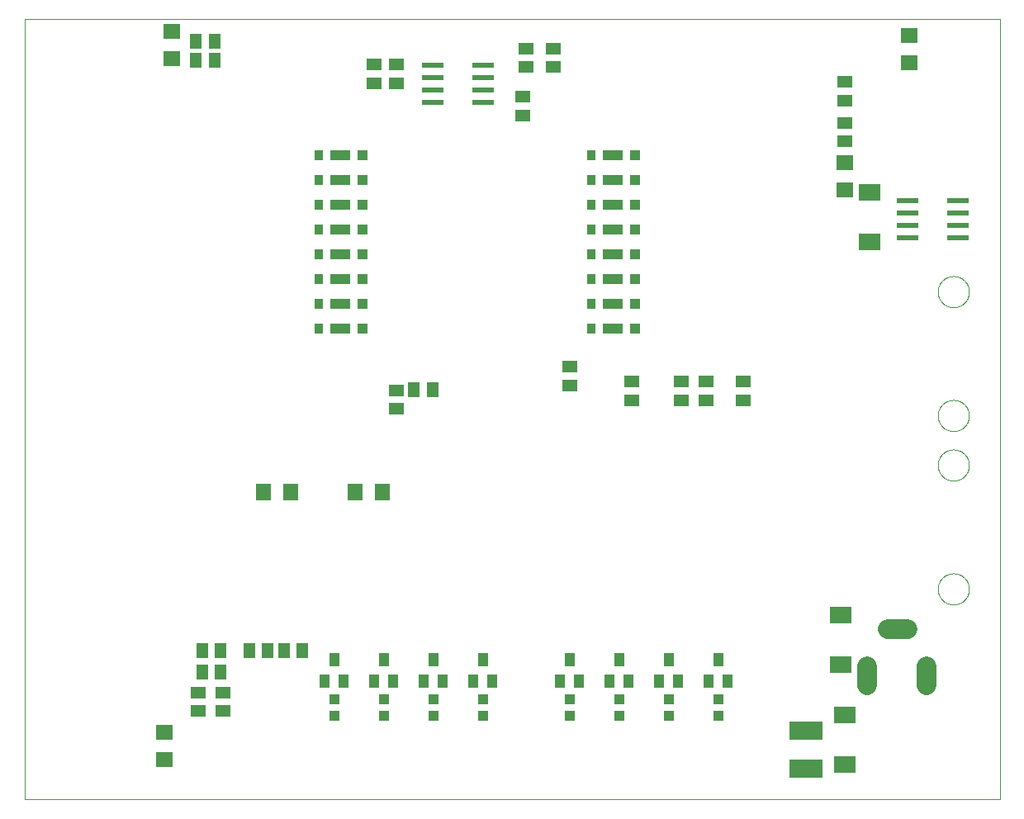
<source format=gtp>
G75*
%MOIN*%
%OFA0B0*%
%FSLAX25Y25*%
%IPPOS*%
%LPD*%
%AMOC8*
5,1,8,0,0,1.08239X$1,22.5*
%
%ADD10C,0.00000*%
%ADD11C,0.07874*%
%ADD12R,0.08661X0.02362*%
%ADD13R,0.07087X0.06299*%
%ADD14R,0.05118X0.05906*%
%ADD15R,0.05906X0.05118*%
%ADD16R,0.03937X0.05512*%
%ADD17R,0.04331X0.03937*%
%ADD18R,0.13386X0.07480*%
%ADD19R,0.03937X0.04331*%
%ADD20R,0.03740X0.04331*%
%ADD21R,0.06299X0.07087*%
%ADD22R,0.08661X0.07087*%
D10*
X0003000Y0106000D02*
X0003000Y0420961D01*
X0396701Y0420961D01*
X0396701Y0106000D01*
X0003000Y0106000D01*
X0371701Y0191000D02*
X0371703Y0191158D01*
X0371709Y0191316D01*
X0371719Y0191474D01*
X0371733Y0191632D01*
X0371751Y0191789D01*
X0371772Y0191946D01*
X0371798Y0192102D01*
X0371828Y0192258D01*
X0371861Y0192413D01*
X0371899Y0192566D01*
X0371940Y0192719D01*
X0371985Y0192871D01*
X0372034Y0193022D01*
X0372087Y0193171D01*
X0372143Y0193319D01*
X0372203Y0193465D01*
X0372267Y0193610D01*
X0372335Y0193753D01*
X0372406Y0193895D01*
X0372480Y0194035D01*
X0372558Y0194172D01*
X0372640Y0194308D01*
X0372724Y0194442D01*
X0372813Y0194573D01*
X0372904Y0194702D01*
X0372999Y0194829D01*
X0373096Y0194954D01*
X0373197Y0195076D01*
X0373301Y0195195D01*
X0373408Y0195312D01*
X0373518Y0195426D01*
X0373631Y0195537D01*
X0373746Y0195646D01*
X0373864Y0195751D01*
X0373985Y0195853D01*
X0374108Y0195953D01*
X0374234Y0196049D01*
X0374362Y0196142D01*
X0374492Y0196232D01*
X0374625Y0196318D01*
X0374760Y0196402D01*
X0374896Y0196481D01*
X0375035Y0196558D01*
X0375176Y0196630D01*
X0375318Y0196700D01*
X0375462Y0196765D01*
X0375608Y0196827D01*
X0375755Y0196885D01*
X0375904Y0196940D01*
X0376054Y0196991D01*
X0376205Y0197038D01*
X0376357Y0197081D01*
X0376510Y0197120D01*
X0376665Y0197156D01*
X0376820Y0197187D01*
X0376976Y0197215D01*
X0377132Y0197239D01*
X0377289Y0197259D01*
X0377447Y0197275D01*
X0377604Y0197287D01*
X0377763Y0197295D01*
X0377921Y0197299D01*
X0378079Y0197299D01*
X0378237Y0197295D01*
X0378396Y0197287D01*
X0378553Y0197275D01*
X0378711Y0197259D01*
X0378868Y0197239D01*
X0379024Y0197215D01*
X0379180Y0197187D01*
X0379335Y0197156D01*
X0379490Y0197120D01*
X0379643Y0197081D01*
X0379795Y0197038D01*
X0379946Y0196991D01*
X0380096Y0196940D01*
X0380245Y0196885D01*
X0380392Y0196827D01*
X0380538Y0196765D01*
X0380682Y0196700D01*
X0380824Y0196630D01*
X0380965Y0196558D01*
X0381104Y0196481D01*
X0381240Y0196402D01*
X0381375Y0196318D01*
X0381508Y0196232D01*
X0381638Y0196142D01*
X0381766Y0196049D01*
X0381892Y0195953D01*
X0382015Y0195853D01*
X0382136Y0195751D01*
X0382254Y0195646D01*
X0382369Y0195537D01*
X0382482Y0195426D01*
X0382592Y0195312D01*
X0382699Y0195195D01*
X0382803Y0195076D01*
X0382904Y0194954D01*
X0383001Y0194829D01*
X0383096Y0194702D01*
X0383187Y0194573D01*
X0383276Y0194442D01*
X0383360Y0194308D01*
X0383442Y0194172D01*
X0383520Y0194035D01*
X0383594Y0193895D01*
X0383665Y0193753D01*
X0383733Y0193610D01*
X0383797Y0193465D01*
X0383857Y0193319D01*
X0383913Y0193171D01*
X0383966Y0193022D01*
X0384015Y0192871D01*
X0384060Y0192719D01*
X0384101Y0192566D01*
X0384139Y0192413D01*
X0384172Y0192258D01*
X0384202Y0192102D01*
X0384228Y0191946D01*
X0384249Y0191789D01*
X0384267Y0191632D01*
X0384281Y0191474D01*
X0384291Y0191316D01*
X0384297Y0191158D01*
X0384299Y0191000D01*
X0384297Y0190842D01*
X0384291Y0190684D01*
X0384281Y0190526D01*
X0384267Y0190368D01*
X0384249Y0190211D01*
X0384228Y0190054D01*
X0384202Y0189898D01*
X0384172Y0189742D01*
X0384139Y0189587D01*
X0384101Y0189434D01*
X0384060Y0189281D01*
X0384015Y0189129D01*
X0383966Y0188978D01*
X0383913Y0188829D01*
X0383857Y0188681D01*
X0383797Y0188535D01*
X0383733Y0188390D01*
X0383665Y0188247D01*
X0383594Y0188105D01*
X0383520Y0187965D01*
X0383442Y0187828D01*
X0383360Y0187692D01*
X0383276Y0187558D01*
X0383187Y0187427D01*
X0383096Y0187298D01*
X0383001Y0187171D01*
X0382904Y0187046D01*
X0382803Y0186924D01*
X0382699Y0186805D01*
X0382592Y0186688D01*
X0382482Y0186574D01*
X0382369Y0186463D01*
X0382254Y0186354D01*
X0382136Y0186249D01*
X0382015Y0186147D01*
X0381892Y0186047D01*
X0381766Y0185951D01*
X0381638Y0185858D01*
X0381508Y0185768D01*
X0381375Y0185682D01*
X0381240Y0185598D01*
X0381104Y0185519D01*
X0380965Y0185442D01*
X0380824Y0185370D01*
X0380682Y0185300D01*
X0380538Y0185235D01*
X0380392Y0185173D01*
X0380245Y0185115D01*
X0380096Y0185060D01*
X0379946Y0185009D01*
X0379795Y0184962D01*
X0379643Y0184919D01*
X0379490Y0184880D01*
X0379335Y0184844D01*
X0379180Y0184813D01*
X0379024Y0184785D01*
X0378868Y0184761D01*
X0378711Y0184741D01*
X0378553Y0184725D01*
X0378396Y0184713D01*
X0378237Y0184705D01*
X0378079Y0184701D01*
X0377921Y0184701D01*
X0377763Y0184705D01*
X0377604Y0184713D01*
X0377447Y0184725D01*
X0377289Y0184741D01*
X0377132Y0184761D01*
X0376976Y0184785D01*
X0376820Y0184813D01*
X0376665Y0184844D01*
X0376510Y0184880D01*
X0376357Y0184919D01*
X0376205Y0184962D01*
X0376054Y0185009D01*
X0375904Y0185060D01*
X0375755Y0185115D01*
X0375608Y0185173D01*
X0375462Y0185235D01*
X0375318Y0185300D01*
X0375176Y0185370D01*
X0375035Y0185442D01*
X0374896Y0185519D01*
X0374760Y0185598D01*
X0374625Y0185682D01*
X0374492Y0185768D01*
X0374362Y0185858D01*
X0374234Y0185951D01*
X0374108Y0186047D01*
X0373985Y0186147D01*
X0373864Y0186249D01*
X0373746Y0186354D01*
X0373631Y0186463D01*
X0373518Y0186574D01*
X0373408Y0186688D01*
X0373301Y0186805D01*
X0373197Y0186924D01*
X0373096Y0187046D01*
X0372999Y0187171D01*
X0372904Y0187298D01*
X0372813Y0187427D01*
X0372724Y0187558D01*
X0372640Y0187692D01*
X0372558Y0187828D01*
X0372480Y0187965D01*
X0372406Y0188105D01*
X0372335Y0188247D01*
X0372267Y0188390D01*
X0372203Y0188535D01*
X0372143Y0188681D01*
X0372087Y0188829D01*
X0372034Y0188978D01*
X0371985Y0189129D01*
X0371940Y0189281D01*
X0371899Y0189434D01*
X0371861Y0189587D01*
X0371828Y0189742D01*
X0371798Y0189898D01*
X0371772Y0190054D01*
X0371751Y0190211D01*
X0371733Y0190368D01*
X0371719Y0190526D01*
X0371709Y0190684D01*
X0371703Y0190842D01*
X0371701Y0191000D01*
X0371701Y0241000D02*
X0371703Y0241158D01*
X0371709Y0241316D01*
X0371719Y0241474D01*
X0371733Y0241632D01*
X0371751Y0241789D01*
X0371772Y0241946D01*
X0371798Y0242102D01*
X0371828Y0242258D01*
X0371861Y0242413D01*
X0371899Y0242566D01*
X0371940Y0242719D01*
X0371985Y0242871D01*
X0372034Y0243022D01*
X0372087Y0243171D01*
X0372143Y0243319D01*
X0372203Y0243465D01*
X0372267Y0243610D01*
X0372335Y0243753D01*
X0372406Y0243895D01*
X0372480Y0244035D01*
X0372558Y0244172D01*
X0372640Y0244308D01*
X0372724Y0244442D01*
X0372813Y0244573D01*
X0372904Y0244702D01*
X0372999Y0244829D01*
X0373096Y0244954D01*
X0373197Y0245076D01*
X0373301Y0245195D01*
X0373408Y0245312D01*
X0373518Y0245426D01*
X0373631Y0245537D01*
X0373746Y0245646D01*
X0373864Y0245751D01*
X0373985Y0245853D01*
X0374108Y0245953D01*
X0374234Y0246049D01*
X0374362Y0246142D01*
X0374492Y0246232D01*
X0374625Y0246318D01*
X0374760Y0246402D01*
X0374896Y0246481D01*
X0375035Y0246558D01*
X0375176Y0246630D01*
X0375318Y0246700D01*
X0375462Y0246765D01*
X0375608Y0246827D01*
X0375755Y0246885D01*
X0375904Y0246940D01*
X0376054Y0246991D01*
X0376205Y0247038D01*
X0376357Y0247081D01*
X0376510Y0247120D01*
X0376665Y0247156D01*
X0376820Y0247187D01*
X0376976Y0247215D01*
X0377132Y0247239D01*
X0377289Y0247259D01*
X0377447Y0247275D01*
X0377604Y0247287D01*
X0377763Y0247295D01*
X0377921Y0247299D01*
X0378079Y0247299D01*
X0378237Y0247295D01*
X0378396Y0247287D01*
X0378553Y0247275D01*
X0378711Y0247259D01*
X0378868Y0247239D01*
X0379024Y0247215D01*
X0379180Y0247187D01*
X0379335Y0247156D01*
X0379490Y0247120D01*
X0379643Y0247081D01*
X0379795Y0247038D01*
X0379946Y0246991D01*
X0380096Y0246940D01*
X0380245Y0246885D01*
X0380392Y0246827D01*
X0380538Y0246765D01*
X0380682Y0246700D01*
X0380824Y0246630D01*
X0380965Y0246558D01*
X0381104Y0246481D01*
X0381240Y0246402D01*
X0381375Y0246318D01*
X0381508Y0246232D01*
X0381638Y0246142D01*
X0381766Y0246049D01*
X0381892Y0245953D01*
X0382015Y0245853D01*
X0382136Y0245751D01*
X0382254Y0245646D01*
X0382369Y0245537D01*
X0382482Y0245426D01*
X0382592Y0245312D01*
X0382699Y0245195D01*
X0382803Y0245076D01*
X0382904Y0244954D01*
X0383001Y0244829D01*
X0383096Y0244702D01*
X0383187Y0244573D01*
X0383276Y0244442D01*
X0383360Y0244308D01*
X0383442Y0244172D01*
X0383520Y0244035D01*
X0383594Y0243895D01*
X0383665Y0243753D01*
X0383733Y0243610D01*
X0383797Y0243465D01*
X0383857Y0243319D01*
X0383913Y0243171D01*
X0383966Y0243022D01*
X0384015Y0242871D01*
X0384060Y0242719D01*
X0384101Y0242566D01*
X0384139Y0242413D01*
X0384172Y0242258D01*
X0384202Y0242102D01*
X0384228Y0241946D01*
X0384249Y0241789D01*
X0384267Y0241632D01*
X0384281Y0241474D01*
X0384291Y0241316D01*
X0384297Y0241158D01*
X0384299Y0241000D01*
X0384297Y0240842D01*
X0384291Y0240684D01*
X0384281Y0240526D01*
X0384267Y0240368D01*
X0384249Y0240211D01*
X0384228Y0240054D01*
X0384202Y0239898D01*
X0384172Y0239742D01*
X0384139Y0239587D01*
X0384101Y0239434D01*
X0384060Y0239281D01*
X0384015Y0239129D01*
X0383966Y0238978D01*
X0383913Y0238829D01*
X0383857Y0238681D01*
X0383797Y0238535D01*
X0383733Y0238390D01*
X0383665Y0238247D01*
X0383594Y0238105D01*
X0383520Y0237965D01*
X0383442Y0237828D01*
X0383360Y0237692D01*
X0383276Y0237558D01*
X0383187Y0237427D01*
X0383096Y0237298D01*
X0383001Y0237171D01*
X0382904Y0237046D01*
X0382803Y0236924D01*
X0382699Y0236805D01*
X0382592Y0236688D01*
X0382482Y0236574D01*
X0382369Y0236463D01*
X0382254Y0236354D01*
X0382136Y0236249D01*
X0382015Y0236147D01*
X0381892Y0236047D01*
X0381766Y0235951D01*
X0381638Y0235858D01*
X0381508Y0235768D01*
X0381375Y0235682D01*
X0381240Y0235598D01*
X0381104Y0235519D01*
X0380965Y0235442D01*
X0380824Y0235370D01*
X0380682Y0235300D01*
X0380538Y0235235D01*
X0380392Y0235173D01*
X0380245Y0235115D01*
X0380096Y0235060D01*
X0379946Y0235009D01*
X0379795Y0234962D01*
X0379643Y0234919D01*
X0379490Y0234880D01*
X0379335Y0234844D01*
X0379180Y0234813D01*
X0379024Y0234785D01*
X0378868Y0234761D01*
X0378711Y0234741D01*
X0378553Y0234725D01*
X0378396Y0234713D01*
X0378237Y0234705D01*
X0378079Y0234701D01*
X0377921Y0234701D01*
X0377763Y0234705D01*
X0377604Y0234713D01*
X0377447Y0234725D01*
X0377289Y0234741D01*
X0377132Y0234761D01*
X0376976Y0234785D01*
X0376820Y0234813D01*
X0376665Y0234844D01*
X0376510Y0234880D01*
X0376357Y0234919D01*
X0376205Y0234962D01*
X0376054Y0235009D01*
X0375904Y0235060D01*
X0375755Y0235115D01*
X0375608Y0235173D01*
X0375462Y0235235D01*
X0375318Y0235300D01*
X0375176Y0235370D01*
X0375035Y0235442D01*
X0374896Y0235519D01*
X0374760Y0235598D01*
X0374625Y0235682D01*
X0374492Y0235768D01*
X0374362Y0235858D01*
X0374234Y0235951D01*
X0374108Y0236047D01*
X0373985Y0236147D01*
X0373864Y0236249D01*
X0373746Y0236354D01*
X0373631Y0236463D01*
X0373518Y0236574D01*
X0373408Y0236688D01*
X0373301Y0236805D01*
X0373197Y0236924D01*
X0373096Y0237046D01*
X0372999Y0237171D01*
X0372904Y0237298D01*
X0372813Y0237427D01*
X0372724Y0237558D01*
X0372640Y0237692D01*
X0372558Y0237828D01*
X0372480Y0237965D01*
X0372406Y0238105D01*
X0372335Y0238247D01*
X0372267Y0238390D01*
X0372203Y0238535D01*
X0372143Y0238681D01*
X0372087Y0238829D01*
X0372034Y0238978D01*
X0371985Y0239129D01*
X0371940Y0239281D01*
X0371899Y0239434D01*
X0371861Y0239587D01*
X0371828Y0239742D01*
X0371798Y0239898D01*
X0371772Y0240054D01*
X0371751Y0240211D01*
X0371733Y0240368D01*
X0371719Y0240526D01*
X0371709Y0240684D01*
X0371703Y0240842D01*
X0371701Y0241000D01*
X0371701Y0261000D02*
X0371703Y0261158D01*
X0371709Y0261316D01*
X0371719Y0261474D01*
X0371733Y0261632D01*
X0371751Y0261789D01*
X0371772Y0261946D01*
X0371798Y0262102D01*
X0371828Y0262258D01*
X0371861Y0262413D01*
X0371899Y0262566D01*
X0371940Y0262719D01*
X0371985Y0262871D01*
X0372034Y0263022D01*
X0372087Y0263171D01*
X0372143Y0263319D01*
X0372203Y0263465D01*
X0372267Y0263610D01*
X0372335Y0263753D01*
X0372406Y0263895D01*
X0372480Y0264035D01*
X0372558Y0264172D01*
X0372640Y0264308D01*
X0372724Y0264442D01*
X0372813Y0264573D01*
X0372904Y0264702D01*
X0372999Y0264829D01*
X0373096Y0264954D01*
X0373197Y0265076D01*
X0373301Y0265195D01*
X0373408Y0265312D01*
X0373518Y0265426D01*
X0373631Y0265537D01*
X0373746Y0265646D01*
X0373864Y0265751D01*
X0373985Y0265853D01*
X0374108Y0265953D01*
X0374234Y0266049D01*
X0374362Y0266142D01*
X0374492Y0266232D01*
X0374625Y0266318D01*
X0374760Y0266402D01*
X0374896Y0266481D01*
X0375035Y0266558D01*
X0375176Y0266630D01*
X0375318Y0266700D01*
X0375462Y0266765D01*
X0375608Y0266827D01*
X0375755Y0266885D01*
X0375904Y0266940D01*
X0376054Y0266991D01*
X0376205Y0267038D01*
X0376357Y0267081D01*
X0376510Y0267120D01*
X0376665Y0267156D01*
X0376820Y0267187D01*
X0376976Y0267215D01*
X0377132Y0267239D01*
X0377289Y0267259D01*
X0377447Y0267275D01*
X0377604Y0267287D01*
X0377763Y0267295D01*
X0377921Y0267299D01*
X0378079Y0267299D01*
X0378237Y0267295D01*
X0378396Y0267287D01*
X0378553Y0267275D01*
X0378711Y0267259D01*
X0378868Y0267239D01*
X0379024Y0267215D01*
X0379180Y0267187D01*
X0379335Y0267156D01*
X0379490Y0267120D01*
X0379643Y0267081D01*
X0379795Y0267038D01*
X0379946Y0266991D01*
X0380096Y0266940D01*
X0380245Y0266885D01*
X0380392Y0266827D01*
X0380538Y0266765D01*
X0380682Y0266700D01*
X0380824Y0266630D01*
X0380965Y0266558D01*
X0381104Y0266481D01*
X0381240Y0266402D01*
X0381375Y0266318D01*
X0381508Y0266232D01*
X0381638Y0266142D01*
X0381766Y0266049D01*
X0381892Y0265953D01*
X0382015Y0265853D01*
X0382136Y0265751D01*
X0382254Y0265646D01*
X0382369Y0265537D01*
X0382482Y0265426D01*
X0382592Y0265312D01*
X0382699Y0265195D01*
X0382803Y0265076D01*
X0382904Y0264954D01*
X0383001Y0264829D01*
X0383096Y0264702D01*
X0383187Y0264573D01*
X0383276Y0264442D01*
X0383360Y0264308D01*
X0383442Y0264172D01*
X0383520Y0264035D01*
X0383594Y0263895D01*
X0383665Y0263753D01*
X0383733Y0263610D01*
X0383797Y0263465D01*
X0383857Y0263319D01*
X0383913Y0263171D01*
X0383966Y0263022D01*
X0384015Y0262871D01*
X0384060Y0262719D01*
X0384101Y0262566D01*
X0384139Y0262413D01*
X0384172Y0262258D01*
X0384202Y0262102D01*
X0384228Y0261946D01*
X0384249Y0261789D01*
X0384267Y0261632D01*
X0384281Y0261474D01*
X0384291Y0261316D01*
X0384297Y0261158D01*
X0384299Y0261000D01*
X0384297Y0260842D01*
X0384291Y0260684D01*
X0384281Y0260526D01*
X0384267Y0260368D01*
X0384249Y0260211D01*
X0384228Y0260054D01*
X0384202Y0259898D01*
X0384172Y0259742D01*
X0384139Y0259587D01*
X0384101Y0259434D01*
X0384060Y0259281D01*
X0384015Y0259129D01*
X0383966Y0258978D01*
X0383913Y0258829D01*
X0383857Y0258681D01*
X0383797Y0258535D01*
X0383733Y0258390D01*
X0383665Y0258247D01*
X0383594Y0258105D01*
X0383520Y0257965D01*
X0383442Y0257828D01*
X0383360Y0257692D01*
X0383276Y0257558D01*
X0383187Y0257427D01*
X0383096Y0257298D01*
X0383001Y0257171D01*
X0382904Y0257046D01*
X0382803Y0256924D01*
X0382699Y0256805D01*
X0382592Y0256688D01*
X0382482Y0256574D01*
X0382369Y0256463D01*
X0382254Y0256354D01*
X0382136Y0256249D01*
X0382015Y0256147D01*
X0381892Y0256047D01*
X0381766Y0255951D01*
X0381638Y0255858D01*
X0381508Y0255768D01*
X0381375Y0255682D01*
X0381240Y0255598D01*
X0381104Y0255519D01*
X0380965Y0255442D01*
X0380824Y0255370D01*
X0380682Y0255300D01*
X0380538Y0255235D01*
X0380392Y0255173D01*
X0380245Y0255115D01*
X0380096Y0255060D01*
X0379946Y0255009D01*
X0379795Y0254962D01*
X0379643Y0254919D01*
X0379490Y0254880D01*
X0379335Y0254844D01*
X0379180Y0254813D01*
X0379024Y0254785D01*
X0378868Y0254761D01*
X0378711Y0254741D01*
X0378553Y0254725D01*
X0378396Y0254713D01*
X0378237Y0254705D01*
X0378079Y0254701D01*
X0377921Y0254701D01*
X0377763Y0254705D01*
X0377604Y0254713D01*
X0377447Y0254725D01*
X0377289Y0254741D01*
X0377132Y0254761D01*
X0376976Y0254785D01*
X0376820Y0254813D01*
X0376665Y0254844D01*
X0376510Y0254880D01*
X0376357Y0254919D01*
X0376205Y0254962D01*
X0376054Y0255009D01*
X0375904Y0255060D01*
X0375755Y0255115D01*
X0375608Y0255173D01*
X0375462Y0255235D01*
X0375318Y0255300D01*
X0375176Y0255370D01*
X0375035Y0255442D01*
X0374896Y0255519D01*
X0374760Y0255598D01*
X0374625Y0255682D01*
X0374492Y0255768D01*
X0374362Y0255858D01*
X0374234Y0255951D01*
X0374108Y0256047D01*
X0373985Y0256147D01*
X0373864Y0256249D01*
X0373746Y0256354D01*
X0373631Y0256463D01*
X0373518Y0256574D01*
X0373408Y0256688D01*
X0373301Y0256805D01*
X0373197Y0256924D01*
X0373096Y0257046D01*
X0372999Y0257171D01*
X0372904Y0257298D01*
X0372813Y0257427D01*
X0372724Y0257558D01*
X0372640Y0257692D01*
X0372558Y0257828D01*
X0372480Y0257965D01*
X0372406Y0258105D01*
X0372335Y0258247D01*
X0372267Y0258390D01*
X0372203Y0258535D01*
X0372143Y0258681D01*
X0372087Y0258829D01*
X0372034Y0258978D01*
X0371985Y0259129D01*
X0371940Y0259281D01*
X0371899Y0259434D01*
X0371861Y0259587D01*
X0371828Y0259742D01*
X0371798Y0259898D01*
X0371772Y0260054D01*
X0371751Y0260211D01*
X0371733Y0260368D01*
X0371719Y0260526D01*
X0371709Y0260684D01*
X0371703Y0260842D01*
X0371701Y0261000D01*
X0371701Y0311000D02*
X0371703Y0311158D01*
X0371709Y0311316D01*
X0371719Y0311474D01*
X0371733Y0311632D01*
X0371751Y0311789D01*
X0371772Y0311946D01*
X0371798Y0312102D01*
X0371828Y0312258D01*
X0371861Y0312413D01*
X0371899Y0312566D01*
X0371940Y0312719D01*
X0371985Y0312871D01*
X0372034Y0313022D01*
X0372087Y0313171D01*
X0372143Y0313319D01*
X0372203Y0313465D01*
X0372267Y0313610D01*
X0372335Y0313753D01*
X0372406Y0313895D01*
X0372480Y0314035D01*
X0372558Y0314172D01*
X0372640Y0314308D01*
X0372724Y0314442D01*
X0372813Y0314573D01*
X0372904Y0314702D01*
X0372999Y0314829D01*
X0373096Y0314954D01*
X0373197Y0315076D01*
X0373301Y0315195D01*
X0373408Y0315312D01*
X0373518Y0315426D01*
X0373631Y0315537D01*
X0373746Y0315646D01*
X0373864Y0315751D01*
X0373985Y0315853D01*
X0374108Y0315953D01*
X0374234Y0316049D01*
X0374362Y0316142D01*
X0374492Y0316232D01*
X0374625Y0316318D01*
X0374760Y0316402D01*
X0374896Y0316481D01*
X0375035Y0316558D01*
X0375176Y0316630D01*
X0375318Y0316700D01*
X0375462Y0316765D01*
X0375608Y0316827D01*
X0375755Y0316885D01*
X0375904Y0316940D01*
X0376054Y0316991D01*
X0376205Y0317038D01*
X0376357Y0317081D01*
X0376510Y0317120D01*
X0376665Y0317156D01*
X0376820Y0317187D01*
X0376976Y0317215D01*
X0377132Y0317239D01*
X0377289Y0317259D01*
X0377447Y0317275D01*
X0377604Y0317287D01*
X0377763Y0317295D01*
X0377921Y0317299D01*
X0378079Y0317299D01*
X0378237Y0317295D01*
X0378396Y0317287D01*
X0378553Y0317275D01*
X0378711Y0317259D01*
X0378868Y0317239D01*
X0379024Y0317215D01*
X0379180Y0317187D01*
X0379335Y0317156D01*
X0379490Y0317120D01*
X0379643Y0317081D01*
X0379795Y0317038D01*
X0379946Y0316991D01*
X0380096Y0316940D01*
X0380245Y0316885D01*
X0380392Y0316827D01*
X0380538Y0316765D01*
X0380682Y0316700D01*
X0380824Y0316630D01*
X0380965Y0316558D01*
X0381104Y0316481D01*
X0381240Y0316402D01*
X0381375Y0316318D01*
X0381508Y0316232D01*
X0381638Y0316142D01*
X0381766Y0316049D01*
X0381892Y0315953D01*
X0382015Y0315853D01*
X0382136Y0315751D01*
X0382254Y0315646D01*
X0382369Y0315537D01*
X0382482Y0315426D01*
X0382592Y0315312D01*
X0382699Y0315195D01*
X0382803Y0315076D01*
X0382904Y0314954D01*
X0383001Y0314829D01*
X0383096Y0314702D01*
X0383187Y0314573D01*
X0383276Y0314442D01*
X0383360Y0314308D01*
X0383442Y0314172D01*
X0383520Y0314035D01*
X0383594Y0313895D01*
X0383665Y0313753D01*
X0383733Y0313610D01*
X0383797Y0313465D01*
X0383857Y0313319D01*
X0383913Y0313171D01*
X0383966Y0313022D01*
X0384015Y0312871D01*
X0384060Y0312719D01*
X0384101Y0312566D01*
X0384139Y0312413D01*
X0384172Y0312258D01*
X0384202Y0312102D01*
X0384228Y0311946D01*
X0384249Y0311789D01*
X0384267Y0311632D01*
X0384281Y0311474D01*
X0384291Y0311316D01*
X0384297Y0311158D01*
X0384299Y0311000D01*
X0384297Y0310842D01*
X0384291Y0310684D01*
X0384281Y0310526D01*
X0384267Y0310368D01*
X0384249Y0310211D01*
X0384228Y0310054D01*
X0384202Y0309898D01*
X0384172Y0309742D01*
X0384139Y0309587D01*
X0384101Y0309434D01*
X0384060Y0309281D01*
X0384015Y0309129D01*
X0383966Y0308978D01*
X0383913Y0308829D01*
X0383857Y0308681D01*
X0383797Y0308535D01*
X0383733Y0308390D01*
X0383665Y0308247D01*
X0383594Y0308105D01*
X0383520Y0307965D01*
X0383442Y0307828D01*
X0383360Y0307692D01*
X0383276Y0307558D01*
X0383187Y0307427D01*
X0383096Y0307298D01*
X0383001Y0307171D01*
X0382904Y0307046D01*
X0382803Y0306924D01*
X0382699Y0306805D01*
X0382592Y0306688D01*
X0382482Y0306574D01*
X0382369Y0306463D01*
X0382254Y0306354D01*
X0382136Y0306249D01*
X0382015Y0306147D01*
X0381892Y0306047D01*
X0381766Y0305951D01*
X0381638Y0305858D01*
X0381508Y0305768D01*
X0381375Y0305682D01*
X0381240Y0305598D01*
X0381104Y0305519D01*
X0380965Y0305442D01*
X0380824Y0305370D01*
X0380682Y0305300D01*
X0380538Y0305235D01*
X0380392Y0305173D01*
X0380245Y0305115D01*
X0380096Y0305060D01*
X0379946Y0305009D01*
X0379795Y0304962D01*
X0379643Y0304919D01*
X0379490Y0304880D01*
X0379335Y0304844D01*
X0379180Y0304813D01*
X0379024Y0304785D01*
X0378868Y0304761D01*
X0378711Y0304741D01*
X0378553Y0304725D01*
X0378396Y0304713D01*
X0378237Y0304705D01*
X0378079Y0304701D01*
X0377921Y0304701D01*
X0377763Y0304705D01*
X0377604Y0304713D01*
X0377447Y0304725D01*
X0377289Y0304741D01*
X0377132Y0304761D01*
X0376976Y0304785D01*
X0376820Y0304813D01*
X0376665Y0304844D01*
X0376510Y0304880D01*
X0376357Y0304919D01*
X0376205Y0304962D01*
X0376054Y0305009D01*
X0375904Y0305060D01*
X0375755Y0305115D01*
X0375608Y0305173D01*
X0375462Y0305235D01*
X0375318Y0305300D01*
X0375176Y0305370D01*
X0375035Y0305442D01*
X0374896Y0305519D01*
X0374760Y0305598D01*
X0374625Y0305682D01*
X0374492Y0305768D01*
X0374362Y0305858D01*
X0374234Y0305951D01*
X0374108Y0306047D01*
X0373985Y0306147D01*
X0373864Y0306249D01*
X0373746Y0306354D01*
X0373631Y0306463D01*
X0373518Y0306574D01*
X0373408Y0306688D01*
X0373301Y0306805D01*
X0373197Y0306924D01*
X0373096Y0307046D01*
X0372999Y0307171D01*
X0372904Y0307298D01*
X0372813Y0307427D01*
X0372724Y0307558D01*
X0372640Y0307692D01*
X0372558Y0307828D01*
X0372480Y0307965D01*
X0372406Y0308105D01*
X0372335Y0308247D01*
X0372267Y0308390D01*
X0372203Y0308535D01*
X0372143Y0308681D01*
X0372087Y0308829D01*
X0372034Y0308978D01*
X0371985Y0309129D01*
X0371940Y0309281D01*
X0371899Y0309434D01*
X0371861Y0309587D01*
X0371828Y0309742D01*
X0371798Y0309898D01*
X0371772Y0310054D01*
X0371751Y0310211D01*
X0371733Y0310368D01*
X0371719Y0310526D01*
X0371709Y0310684D01*
X0371703Y0310842D01*
X0371701Y0311000D01*
D11*
X0359437Y0174898D02*
X0351563Y0174898D01*
X0343295Y0159937D02*
X0343295Y0152063D01*
X0367311Y0152063D02*
X0367311Y0159937D01*
D12*
X0359364Y0332900D03*
X0359364Y0337900D03*
X0359364Y0342900D03*
X0359364Y0347900D03*
X0379836Y0347900D03*
X0379836Y0342900D03*
X0379836Y0337900D03*
X0379836Y0332900D03*
X0188236Y0387500D03*
X0188236Y0392500D03*
X0188236Y0397500D03*
X0188236Y0402500D03*
X0167764Y0402500D03*
X0167764Y0397500D03*
X0167764Y0392500D03*
X0167764Y0387500D03*
D13*
X0062500Y0404976D03*
X0062500Y0416000D03*
X0059500Y0133000D03*
X0059500Y0121976D03*
X0334000Y0351988D03*
X0334000Y0363012D03*
X0360200Y0403588D03*
X0360200Y0414612D03*
D14*
X0167740Y0271500D03*
X0160260Y0271500D03*
X0115240Y0166000D03*
X0107760Y0166000D03*
X0101240Y0166000D03*
X0093760Y0166000D03*
X0082240Y0166000D03*
X0074760Y0166000D03*
X0074760Y0157500D03*
X0082240Y0157500D03*
X0079740Y0404500D03*
X0072260Y0404500D03*
X0072260Y0412000D03*
X0079740Y0412000D03*
D15*
X0144000Y0402740D03*
X0144000Y0395260D03*
X0153000Y0395260D03*
X0153000Y0402740D03*
X0205500Y0401760D03*
X0205500Y0409240D03*
X0216500Y0409240D03*
X0216500Y0401760D03*
X0204000Y0389740D03*
X0204000Y0382260D03*
X0223000Y0280740D03*
X0223000Y0273260D03*
X0248000Y0274740D03*
X0248000Y0267260D03*
X0268000Y0267260D03*
X0268000Y0274740D03*
X0278000Y0274740D03*
X0278000Y0267260D03*
X0293000Y0267260D03*
X0293000Y0274740D03*
X0334000Y0371760D03*
X0334000Y0379240D03*
X0334000Y0388260D03*
X0334000Y0395740D03*
X0153000Y0271240D03*
X0153000Y0263760D03*
X0083000Y0149240D03*
X0083000Y0141760D03*
X0073000Y0141760D03*
X0073000Y0149240D03*
D16*
X0124260Y0153669D03*
X0131740Y0153669D03*
X0128000Y0162331D03*
X0144260Y0153669D03*
X0151740Y0153669D03*
X0148000Y0162331D03*
X0164260Y0153669D03*
X0171740Y0153669D03*
X0168000Y0162331D03*
X0184260Y0153669D03*
X0191740Y0153669D03*
X0188000Y0162331D03*
X0219260Y0153669D03*
X0226740Y0153669D03*
X0223000Y0162331D03*
X0239260Y0153669D03*
X0246740Y0153669D03*
X0243000Y0162331D03*
X0259260Y0153669D03*
X0266740Y0153669D03*
X0263000Y0162331D03*
X0279260Y0153669D03*
X0286740Y0153669D03*
X0283000Y0162331D03*
D17*
X0283000Y0146346D03*
X0283000Y0139654D03*
X0263000Y0139654D03*
X0263000Y0146346D03*
X0243000Y0146346D03*
X0243000Y0139654D03*
X0223000Y0139654D03*
X0223000Y0146346D03*
X0188000Y0146346D03*
X0188000Y0139654D03*
X0168000Y0139654D03*
X0168000Y0146346D03*
X0148000Y0146346D03*
X0148000Y0139654D03*
X0128000Y0139654D03*
X0128000Y0146346D03*
D18*
X0318500Y0133677D03*
X0318500Y0118323D03*
D19*
X0249346Y0296000D03*
X0242654Y0296000D03*
X0238346Y0296000D03*
X0238346Y0306000D03*
X0242654Y0306000D03*
X0249346Y0306000D03*
X0249346Y0316000D03*
X0242654Y0316000D03*
X0238346Y0316000D03*
X0238346Y0326000D03*
X0242654Y0326000D03*
X0249346Y0326000D03*
X0249346Y0336000D03*
X0249346Y0346000D03*
X0242654Y0346000D03*
X0238346Y0346000D03*
X0238346Y0336000D03*
X0242654Y0336000D03*
X0242654Y0356000D03*
X0238346Y0356000D03*
X0238346Y0366000D03*
X0242654Y0366000D03*
X0249346Y0366000D03*
X0249346Y0356000D03*
X0139346Y0356000D03*
X0132654Y0356000D03*
X0128346Y0356000D03*
X0128346Y0346000D03*
X0132654Y0346000D03*
X0139346Y0346000D03*
X0139346Y0336000D03*
X0132654Y0336000D03*
X0128346Y0336000D03*
X0128346Y0326000D03*
X0132654Y0326000D03*
X0139346Y0326000D03*
X0139346Y0316000D03*
X0132654Y0316000D03*
X0128346Y0316000D03*
X0128346Y0306000D03*
X0132654Y0306000D03*
X0139346Y0306000D03*
X0139346Y0296000D03*
X0132654Y0296000D03*
X0128346Y0296000D03*
X0128346Y0366000D03*
X0132654Y0366000D03*
X0139346Y0366000D03*
D20*
X0121752Y0366000D03*
X0121752Y0356000D03*
X0121752Y0346000D03*
X0121752Y0336000D03*
X0121752Y0326000D03*
X0121752Y0316000D03*
X0121752Y0306000D03*
X0121752Y0296000D03*
X0231752Y0296000D03*
X0231752Y0306000D03*
X0231752Y0316000D03*
X0231752Y0326000D03*
X0231752Y0336000D03*
X0231752Y0346000D03*
X0231752Y0356000D03*
X0231752Y0366000D03*
D21*
X0147512Y0230000D03*
X0136488Y0230000D03*
X0110512Y0230000D03*
X0099488Y0230000D03*
D22*
X0332500Y0180539D03*
X0332500Y0160461D03*
X0334000Y0140039D03*
X0334000Y0119961D03*
X0344000Y0330961D03*
X0344000Y0351039D03*
M02*

</source>
